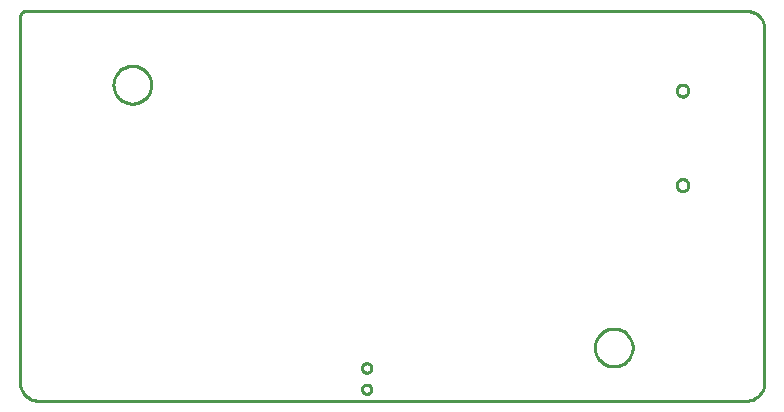
<source format=gbr>
G04 EAGLE Gerber RS-274X export*
G75*
%MOMM*%
%FSLAX34Y34*%
%LPD*%
%IN*%
%IPPOS*%
%AMOC8*
5,1,8,0,0,1.08239X$1,22.5*%
G01*
%ADD10C,0.254000*%


D10*
X0Y15000D02*
X57Y13693D01*
X228Y12395D01*
X511Y11118D01*
X905Y9870D01*
X1405Y8661D01*
X2010Y7500D01*
X2713Y6396D01*
X3509Y5358D01*
X4393Y4393D01*
X5358Y3509D01*
X6396Y2713D01*
X7500Y2010D01*
X8661Y1405D01*
X9870Y905D01*
X11118Y511D01*
X12395Y228D01*
X13693Y57D01*
X15000Y0D01*
X615000Y0D01*
X616307Y57D01*
X617605Y228D01*
X618882Y511D01*
X620130Y905D01*
X621339Y1405D01*
X622500Y2010D01*
X623604Y2713D01*
X624642Y3509D01*
X625607Y4393D01*
X626491Y5358D01*
X627287Y6396D01*
X627990Y7500D01*
X628595Y8661D01*
X629095Y9870D01*
X629489Y11118D01*
X629772Y12395D01*
X629943Y13693D01*
X630000Y15000D01*
X630000Y315000D01*
X629943Y316307D01*
X629772Y317605D01*
X629489Y318882D01*
X629095Y320130D01*
X628595Y321339D01*
X627990Y322500D01*
X627287Y323604D01*
X626491Y324642D01*
X625607Y325607D01*
X624642Y326491D01*
X623604Y327287D01*
X622500Y327990D01*
X621339Y328595D01*
X620130Y329095D01*
X618882Y329489D01*
X617605Y329772D01*
X616307Y329943D01*
X615000Y330000D01*
X5000Y330000D01*
X4564Y329981D01*
X4132Y329924D01*
X3706Y329830D01*
X3290Y329698D01*
X2887Y329532D01*
X2500Y329330D01*
X2132Y329096D01*
X1786Y328830D01*
X1464Y328536D01*
X1170Y328214D01*
X904Y327868D01*
X670Y327500D01*
X468Y327113D01*
X302Y326710D01*
X170Y326294D01*
X76Y325868D01*
X19Y325436D01*
X0Y325000D01*
X0Y15000D01*
X518500Y44476D02*
X518432Y43431D01*
X518295Y42392D01*
X518090Y41365D01*
X517819Y40353D01*
X517483Y39361D01*
X517082Y38393D01*
X516618Y37454D01*
X516095Y36546D01*
X515513Y35675D01*
X514875Y34844D01*
X514184Y34057D01*
X513443Y33316D01*
X512656Y32625D01*
X511825Y31988D01*
X510954Y31406D01*
X510046Y30882D01*
X509107Y30418D01*
X508139Y30017D01*
X507147Y29681D01*
X506135Y29410D01*
X505108Y29205D01*
X504069Y29069D01*
X503024Y29000D01*
X501976Y29000D01*
X500931Y29069D01*
X499892Y29205D01*
X498865Y29410D01*
X497853Y29681D01*
X496861Y30017D01*
X495893Y30418D01*
X494954Y30882D01*
X494046Y31406D01*
X493175Y31988D01*
X492344Y32625D01*
X491557Y33316D01*
X490816Y34057D01*
X490125Y34844D01*
X489488Y35675D01*
X488906Y36546D01*
X488382Y37454D01*
X487918Y38393D01*
X487517Y39361D01*
X487181Y40353D01*
X486910Y41365D01*
X486705Y42392D01*
X486569Y43431D01*
X486500Y44476D01*
X486500Y45524D01*
X486569Y46569D01*
X486705Y47608D01*
X486910Y48635D01*
X487181Y49647D01*
X487517Y50639D01*
X487918Y51607D01*
X488382Y52546D01*
X488906Y53454D01*
X489488Y54325D01*
X490125Y55156D01*
X490816Y55943D01*
X491557Y56684D01*
X492344Y57375D01*
X493175Y58013D01*
X494046Y58595D01*
X494954Y59118D01*
X495893Y59582D01*
X496861Y59983D01*
X497853Y60319D01*
X498865Y60590D01*
X499892Y60795D01*
X500931Y60932D01*
X501976Y61000D01*
X503024Y61000D01*
X504069Y60932D01*
X505108Y60795D01*
X506135Y60590D01*
X507147Y60319D01*
X508139Y59983D01*
X509107Y59582D01*
X510046Y59118D01*
X510954Y58595D01*
X511825Y58013D01*
X512656Y57375D01*
X513443Y56684D01*
X514184Y55943D01*
X514875Y55156D01*
X515513Y54325D01*
X516095Y53454D01*
X516618Y52546D01*
X517082Y51607D01*
X517483Y50639D01*
X517819Y49647D01*
X518090Y48635D01*
X518295Y47608D01*
X518432Y46569D01*
X518500Y45524D01*
X518500Y44476D01*
X111000Y266976D02*
X110932Y265931D01*
X110795Y264892D01*
X110590Y263865D01*
X110319Y262853D01*
X109983Y261861D01*
X109582Y260893D01*
X109118Y259954D01*
X108595Y259046D01*
X108013Y258175D01*
X107375Y257344D01*
X106684Y256557D01*
X105943Y255816D01*
X105156Y255125D01*
X104325Y254488D01*
X103454Y253906D01*
X102546Y253382D01*
X101607Y252918D01*
X100639Y252517D01*
X99647Y252181D01*
X98635Y251910D01*
X97608Y251705D01*
X96569Y251569D01*
X95524Y251500D01*
X94476Y251500D01*
X93431Y251569D01*
X92392Y251705D01*
X91365Y251910D01*
X90353Y252181D01*
X89361Y252517D01*
X88393Y252918D01*
X87454Y253382D01*
X86546Y253906D01*
X85675Y254488D01*
X84844Y255125D01*
X84057Y255816D01*
X83316Y256557D01*
X82625Y257344D01*
X81988Y258175D01*
X81406Y259046D01*
X80882Y259954D01*
X80418Y260893D01*
X80017Y261861D01*
X79681Y262853D01*
X79410Y263865D01*
X79205Y264892D01*
X79069Y265931D01*
X79000Y266976D01*
X79000Y268024D01*
X79069Y269069D01*
X79205Y270108D01*
X79410Y271135D01*
X79681Y272147D01*
X80017Y273139D01*
X80418Y274107D01*
X80882Y275046D01*
X81406Y275954D01*
X81988Y276825D01*
X82625Y277656D01*
X83316Y278443D01*
X84057Y279184D01*
X84844Y279875D01*
X85675Y280513D01*
X86546Y281095D01*
X87454Y281618D01*
X88393Y282082D01*
X89361Y282483D01*
X90353Y282819D01*
X91365Y283090D01*
X92392Y283295D01*
X93431Y283432D01*
X94476Y283500D01*
X95524Y283500D01*
X96569Y283432D01*
X97608Y283295D01*
X98635Y283090D01*
X99647Y282819D01*
X100639Y282483D01*
X101607Y282082D01*
X102546Y281618D01*
X103454Y281095D01*
X104325Y280513D01*
X105156Y279875D01*
X105943Y279184D01*
X106684Y278443D01*
X107375Y277656D01*
X108013Y276825D01*
X108595Y275954D01*
X109118Y275046D01*
X109582Y274107D01*
X109983Y273139D01*
X110319Y272147D01*
X110590Y271135D01*
X110795Y270108D01*
X110932Y269069D01*
X111000Y268024D01*
X111000Y266976D01*
X297370Y27407D02*
X297302Y26887D01*
X297166Y26380D01*
X296965Y25896D01*
X296703Y25442D01*
X296384Y25026D01*
X296013Y24655D01*
X295597Y24336D01*
X295143Y24074D01*
X294659Y23873D01*
X294152Y23737D01*
X293632Y23669D01*
X293108Y23669D01*
X292588Y23737D01*
X292081Y23873D01*
X291597Y24074D01*
X291143Y24336D01*
X290727Y24655D01*
X290356Y25026D01*
X290037Y25442D01*
X289775Y25896D01*
X289574Y26380D01*
X289438Y26887D01*
X289370Y27407D01*
X289370Y27931D01*
X289438Y28451D01*
X289574Y28958D01*
X289775Y29442D01*
X290037Y29896D01*
X290356Y30312D01*
X290727Y30683D01*
X291143Y31002D01*
X291597Y31264D01*
X292081Y31465D01*
X292588Y31601D01*
X293108Y31669D01*
X293632Y31669D01*
X294152Y31601D01*
X294659Y31465D01*
X295143Y31264D01*
X295597Y31002D01*
X296013Y30683D01*
X296384Y30312D01*
X296703Y29896D01*
X296965Y29442D01*
X297166Y28958D01*
X297302Y28451D01*
X297370Y27931D01*
X297370Y27407D01*
X297370Y9407D02*
X297302Y8887D01*
X297166Y8380D01*
X296965Y7896D01*
X296703Y7442D01*
X296384Y7026D01*
X296013Y6655D01*
X295597Y6336D01*
X295143Y6074D01*
X294659Y5873D01*
X294152Y5737D01*
X293632Y5669D01*
X293108Y5669D01*
X292588Y5737D01*
X292081Y5873D01*
X291597Y6074D01*
X291143Y6336D01*
X290727Y6655D01*
X290356Y7026D01*
X290037Y7442D01*
X289775Y7896D01*
X289574Y8380D01*
X289438Y8887D01*
X289370Y9407D01*
X289370Y9931D01*
X289438Y10451D01*
X289574Y10958D01*
X289775Y11442D01*
X290037Y11896D01*
X290356Y12312D01*
X290727Y12683D01*
X291143Y13002D01*
X291597Y13264D01*
X292081Y13465D01*
X292588Y13601D01*
X293108Y13669D01*
X293632Y13669D01*
X294152Y13601D01*
X294659Y13465D01*
X295143Y13264D01*
X295597Y13002D01*
X296013Y12683D01*
X296384Y12312D01*
X296703Y11896D01*
X296965Y11442D01*
X297166Y10958D01*
X297302Y10451D01*
X297370Y9931D01*
X297370Y9407D01*
X561101Y187500D02*
X561659Y187437D01*
X562206Y187312D01*
X562736Y187127D01*
X563242Y186883D01*
X563718Y186584D01*
X564157Y186234D01*
X564554Y185837D01*
X564904Y185398D01*
X565203Y184922D01*
X565447Y184416D01*
X565632Y183886D01*
X565757Y183339D01*
X565820Y182781D01*
X565820Y182219D01*
X565757Y181661D01*
X565632Y181114D01*
X565447Y180584D01*
X565203Y180078D01*
X564904Y179602D01*
X564554Y179163D01*
X564157Y178766D01*
X563718Y178416D01*
X563242Y178117D01*
X562736Y177873D01*
X562206Y177688D01*
X561659Y177563D01*
X561101Y177500D01*
X560539Y177500D01*
X559981Y177563D01*
X559434Y177688D01*
X558904Y177873D01*
X558398Y178117D01*
X557922Y178416D01*
X557483Y178766D01*
X557086Y179163D01*
X556736Y179602D01*
X556437Y180078D01*
X556193Y180584D01*
X556008Y181114D01*
X555883Y181661D01*
X555820Y182219D01*
X555820Y182781D01*
X555883Y183339D01*
X556008Y183886D01*
X556193Y184416D01*
X556437Y184922D01*
X556736Y185398D01*
X557086Y185837D01*
X557483Y186234D01*
X557922Y186584D01*
X558398Y186883D01*
X558904Y187127D01*
X559434Y187312D01*
X559981Y187437D01*
X560539Y187500D01*
X561101Y187500D01*
X561101Y267500D02*
X561659Y267437D01*
X562206Y267312D01*
X562736Y267127D01*
X563242Y266883D01*
X563718Y266584D01*
X564157Y266234D01*
X564554Y265837D01*
X564904Y265398D01*
X565203Y264922D01*
X565447Y264416D01*
X565632Y263886D01*
X565757Y263339D01*
X565820Y262781D01*
X565820Y262219D01*
X565757Y261661D01*
X565632Y261114D01*
X565447Y260584D01*
X565203Y260078D01*
X564904Y259602D01*
X564554Y259163D01*
X564157Y258766D01*
X563718Y258416D01*
X563242Y258117D01*
X562736Y257873D01*
X562206Y257688D01*
X561659Y257563D01*
X561101Y257500D01*
X560539Y257500D01*
X559981Y257563D01*
X559434Y257688D01*
X558904Y257873D01*
X558398Y258117D01*
X557922Y258416D01*
X557483Y258766D01*
X557086Y259163D01*
X556736Y259602D01*
X556437Y260078D01*
X556193Y260584D01*
X556008Y261114D01*
X555883Y261661D01*
X555820Y262219D01*
X555820Y262781D01*
X555883Y263339D01*
X556008Y263886D01*
X556193Y264416D01*
X556437Y264922D01*
X556736Y265398D01*
X557086Y265837D01*
X557483Y266234D01*
X557922Y266584D01*
X558398Y266883D01*
X558904Y267127D01*
X559434Y267312D01*
X559981Y267437D01*
X560539Y267500D01*
X561101Y267500D01*
M02*

</source>
